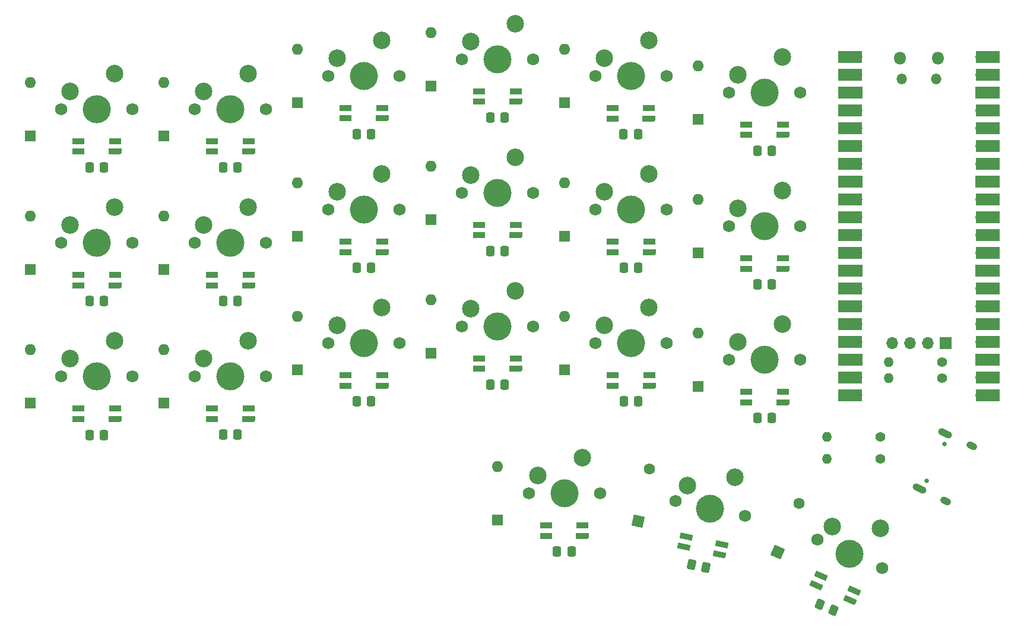
<source format=gbr>
%TF.GenerationSoftware,KiCad,Pcbnew,8.0.8*%
%TF.CreationDate,2025-03-11T20:04:01-04:00*%
%TF.ProjectId,Keyboard,4b657962-6f61-4726-942e-6b696361645f,rev?*%
%TF.SameCoordinates,Original*%
%TF.FileFunction,Soldermask,Bot*%
%TF.FilePolarity,Negative*%
%FSLAX46Y46*%
G04 Gerber Fmt 4.6, Leading zero omitted, Abs format (unit mm)*
G04 Created by KiCad (PCBNEW 8.0.8) date 2025-03-11 20:04:01*
%MOMM*%
%LPD*%
G01*
G04 APERTURE LIST*
G04 Aperture macros list*
%AMRoundRect*
0 Rectangle with rounded corners*
0 $1 Rounding radius*
0 $2 $3 $4 $5 $6 $7 $8 $9 X,Y pos of 4 corners*
0 Add a 4 corners polygon primitive as box body*
4,1,4,$2,$3,$4,$5,$6,$7,$8,$9,$2,$3,0*
0 Add four circle primitives for the rounded corners*
1,1,$1+$1,$2,$3*
1,1,$1+$1,$4,$5*
1,1,$1+$1,$6,$7*
1,1,$1+$1,$8,$9*
0 Add four rect primitives between the rounded corners*
20,1,$1+$1,$2,$3,$4,$5,0*
20,1,$1+$1,$4,$5,$6,$7,0*
20,1,$1+$1,$6,$7,$8,$9,0*
20,1,$1+$1,$8,$9,$2,$3,0*%
%AMHorizOval*
0 Thick line with rounded ends*
0 $1 width*
0 $2 $3 position (X,Y) of the first rounded end (center of the circle)*
0 $4 $5 position (X,Y) of the second rounded end (center of the circle)*
0 Add line between two ends*
20,1,$1,$2,$3,$4,$5,0*
0 Add two circle primitives to create the rounded ends*
1,1,$1,$2,$3*
1,1,$1,$4,$5*%
%AMRotRect*
0 Rectangle, with rotation*
0 The origin of the aperture is its center*
0 $1 length*
0 $2 width*
0 $3 Rotation angle, in degrees counterclockwise*
0 Add horizontal line*
21,1,$1,$2,0,0,$3*%
%AMOutline5P*
0 Free polygon, 5 corners , with rotation*
0 The origin of the aperture is its center*
0 number of corners: always 5*
0 $1 to $10 corner X, Y*
0 $11 Rotation angle, in degrees counterclockwise*
0 create outline with 5 corners*
4,1,5,$1,$2,$3,$4,$5,$6,$7,$8,$9,$10,$1,$2,$11*%
%AMOutline6P*
0 Free polygon, 6 corners , with rotation*
0 The origin of the aperture is its center*
0 number of corners: always 6*
0 $1 to $12 corner X, Y*
0 $13 Rotation angle, in degrees counterclockwise*
0 create outline with 6 corners*
4,1,6,$1,$2,$3,$4,$5,$6,$7,$8,$9,$10,$11,$12,$1,$2,$13*%
%AMOutline7P*
0 Free polygon, 7 corners , with rotation*
0 The origin of the aperture is its center*
0 number of corners: always 7*
0 $1 to $14 corner X, Y*
0 $15 Rotation angle, in degrees counterclockwise*
0 create outline with 7 corners*
4,1,7,$1,$2,$3,$4,$5,$6,$7,$8,$9,$10,$11,$12,$13,$14,$1,$2,$15*%
%AMOutline8P*
0 Free polygon, 8 corners , with rotation*
0 The origin of the aperture is its center*
0 number of corners: always 8*
0 $1 to $16 corner X, Y*
0 $17 Rotation angle, in degrees counterclockwise*
0 create outline with 8 corners*
4,1,8,$1,$2,$3,$4,$5,$6,$7,$8,$9,$10,$11,$12,$13,$14,$15,$16,$1,$2,$17*%
G04 Aperture macros list end*
%ADD10C,1.400000*%
%ADD11O,1.400000X1.400000*%
%ADD12RoundRect,0.250000X-0.337500X-0.475000X0.337500X-0.475000X0.337500X0.475000X-0.337500X0.475000X0*%
%ADD13C,1.750000*%
%ADD14C,4.000000*%
%ADD15C,2.500000*%
%ADD16R,1.800000X0.820000*%
%ADD17Outline5P,-0.900000X0.410000X0.900000X0.410000X0.900000X-0.246000X0.736000X-0.410000X-0.900000X-0.410000X0.000000*%
%ADD18R,1.600000X1.600000*%
%ADD19O,1.600000X1.600000*%
%ADD20R,1.700000X1.700000*%
%ADD21O,1.700000X1.700000*%
%ADD22RotRect,1.600000X1.600000X66.121000*%
%ADD23HorizOval,1.600000X0.000000X0.000000X0.000000X0.000000X0*%
%ADD24RotRect,1.600000X1.600000X78.060000*%
%ADD25HorizOval,1.600000X0.000000X0.000000X0.000000X0.000000X0*%
%ADD26RoundRect,0.250000X-0.428456X-0.394914X0.231945X-0.534540X0.428456X0.394914X-0.231945X0.534540X0*%
%ADD27RotRect,1.800000X0.820000X336.121000*%
%ADD28Outline5P,-0.900000X0.410000X0.900000X0.410000X0.900000X-0.246000X0.736000X-0.410000X-0.900000X-0.410000X336.121000*%
%ADD29O,1.800000X1.800000*%
%ADD30O,1.500000X1.500000*%
%ADD31R,3.500000X1.700000*%
%ADD32C,0.650000*%
%ADD33HorizOval,1.000000X-0.497241X0.235056X0.497241X-0.235056X0*%
%ADD34HorizOval,1.000000X-0.271223X0.128212X0.271223X-0.128212X0*%
%ADD35RoundRect,0.250000X-0.500894X-0.297719X0.116328X-0.570963X0.500894X0.297719X-0.116328X0.570963X0*%
%ADD36RotRect,1.800000X0.820000X348.062000*%
%ADD37Outline5P,-0.900000X0.410000X0.900000X0.410000X0.900000X-0.246000X0.736000X-0.410000X-0.900000X-0.410000X348.062000*%
G04 APERTURE END LIST*
D10*
%TO.C,R6*%
X228795000Y-208150000D03*
D11*
X221175000Y-208150000D03*
%TD*%
D12*
%TO.C,C24*%
X164337500Y-171013000D03*
X166412500Y-171013000D03*
%TD*%
D13*
%TO.C,SW24*%
X198395000Y-205550000D03*
D14*
X203475000Y-205550000D03*
D13*
X208555000Y-205550000D03*
D15*
X199665000Y-203010000D03*
X206015000Y-200470000D03*
%TD*%
D16*
%TO.C,D66*%
X200875000Y-211625000D03*
D17*
X206075000Y-211625000D03*
D16*
X206075000Y-210125000D03*
X200875000Y-210125000D03*
%TD*%
D18*
%TO.C,D37*%
X136800000Y-168879000D03*
D19*
X136800000Y-161259000D03*
%TD*%
D20*
%TO.C,Brd4*%
X229285000Y-203165000D03*
D21*
X226745000Y-203165000D03*
X224205000Y-203165000D03*
X221665000Y-203165000D03*
%TD*%
D16*
%TO.C,D79*%
X124675000Y-175869000D03*
D17*
X129875000Y-175869000D03*
D16*
X129875000Y-174369000D03*
X124675000Y-174369000D03*
%TD*%
D13*
%TO.C,SW42*%
X103145000Y-207932000D03*
D14*
X108225000Y-207932000D03*
D13*
X113305000Y-207932000D03*
D15*
X104415000Y-205392000D03*
X110765000Y-202852000D03*
%TD*%
D16*
%TO.C,D74*%
X162775000Y-206863000D03*
D17*
X167975000Y-206863000D03*
D16*
X167975000Y-205363000D03*
X162775000Y-205363000D03*
%TD*%
D10*
%TO.C,R7*%
X219955000Y-216550000D03*
D11*
X212335000Y-216550000D03*
%TD*%
D22*
%TO.C,D28*%
X205306017Y-233000569D03*
D23*
X208390642Y-226032823D03*
%TD*%
D12*
%TO.C,C34*%
X202437500Y-213875000D03*
X204512500Y-213875000D03*
%TD*%
D16*
%TO.C,D76*%
X143725000Y-171132000D03*
D17*
X148925000Y-171132000D03*
D16*
X148925000Y-169632000D03*
X143725000Y-169632000D03*
%TD*%
D13*
%TO.C,SW30*%
X160295000Y-162688000D03*
D14*
X165375000Y-162688000D03*
D13*
X170455000Y-162688000D03*
D15*
X161565000Y-160148000D03*
X167915000Y-157608000D03*
%TD*%
D18*
%TO.C,D25*%
X193950000Y-171260000D03*
D19*
X193950000Y-163640000D03*
%TD*%
D12*
%TO.C,C23*%
X183337500Y-173420000D03*
X185412500Y-173420000D03*
%TD*%
D18*
%TO.C,D38*%
X136800000Y-187929000D03*
D19*
X136800000Y-180309000D03*
%TD*%
D13*
%TO.C,SW27*%
X179345000Y-184119000D03*
D14*
X184425000Y-184119000D03*
D13*
X189505000Y-184119000D03*
D15*
X180615000Y-181579000D03*
X186965000Y-179039000D03*
%TD*%
D18*
%TO.C,D33*%
X155850000Y-166498000D03*
D19*
X155850000Y-158878000D03*
%TD*%
D18*
%TO.C,D30*%
X174900000Y-187929000D03*
D19*
X174900000Y-180309000D03*
%TD*%
D12*
%TO.C,C32*%
X126237500Y-197207000D03*
X128312500Y-197207000D03*
%TD*%
D16*
%TO.C,D65*%
X200875000Y-192575000D03*
D17*
X206075000Y-192575000D03*
D16*
X206075000Y-191075000D03*
X200875000Y-191075000D03*
%TD*%
D13*
%TO.C,SW29*%
X190734889Y-225729099D03*
D14*
X195705000Y-226780000D03*
D13*
X200675111Y-227830901D03*
D15*
X192502867Y-223506769D03*
X199240956Y-222335339D03*
%TD*%
D12*
%TO.C,C38*%
X126237500Y-216257000D03*
X128312500Y-216257000D03*
%TD*%
D18*
%TO.C,D36*%
X165375000Y-228425000D03*
D19*
X165375000Y-220805000D03*
%TD*%
D12*
%TO.C,C27*%
X107187500Y-178106000D03*
X109262500Y-178106000D03*
%TD*%
D16*
%TO.C,D73*%
X162775000Y-187813000D03*
D17*
X167975000Y-187813000D03*
D16*
X167975000Y-186313000D03*
X162775000Y-186313000D03*
%TD*%
D13*
%TO.C,SW23*%
X198395000Y-186500000D03*
D14*
X203475000Y-186500000D03*
D13*
X208555000Y-186500000D03*
D15*
X199665000Y-183960000D03*
X206015000Y-181420000D03*
%TD*%
D10*
%TO.C,R5*%
X219955000Y-219700000D03*
D11*
X212335000Y-219700000D03*
%TD*%
D16*
%TO.C,D68*%
X181775000Y-171170000D03*
D17*
X186975000Y-171170000D03*
D16*
X186975000Y-169670000D03*
X181775000Y-169670000D03*
%TD*%
D13*
%TO.C,SW38*%
X122195000Y-188882000D03*
D14*
X127275000Y-188882000D03*
D13*
X132355000Y-188882000D03*
D15*
X123465000Y-186342000D03*
X129815000Y-183802000D03*
%TD*%
D16*
%TO.C,D70*%
X181825000Y-209244000D03*
D17*
X187025000Y-209244000D03*
D16*
X187025000Y-207744000D03*
X181825000Y-207744000D03*
%TD*%
%TO.C,D82*%
X105625000Y-175856000D03*
D17*
X110825000Y-175856000D03*
D16*
X110825000Y-174356000D03*
X105625000Y-174356000D03*
%TD*%
D12*
%TO.C,C22*%
X202437500Y-175750000D03*
X204512500Y-175750000D03*
%TD*%
D13*
%TO.C,SW36*%
X141245000Y-203169000D03*
D14*
X146325000Y-203169000D03*
D13*
X151405000Y-203169000D03*
D15*
X142515000Y-200629000D03*
X148865000Y-198089000D03*
%TD*%
D24*
%TO.C,D32*%
X185440279Y-228563755D03*
D25*
X187016760Y-221108615D03*
%TD*%
D26*
%TO.C,C41*%
X193018939Y-234761703D03*
X195049061Y-235190923D03*
%TD*%
D12*
%TO.C,C31*%
X145287500Y-192444000D03*
X147362500Y-192444000D03*
%TD*%
D16*
%TO.C,D72*%
X162775000Y-168763000D03*
D17*
X167975000Y-168763000D03*
D16*
X167975000Y-167263000D03*
X162775000Y-167263000D03*
%TD*%
D18*
%TO.C,D26*%
X193950000Y-190325000D03*
D19*
X193950000Y-182705000D03*
%TD*%
D13*
%TO.C,SW26*%
X179345000Y-165069000D03*
D14*
X184425000Y-165069000D03*
D13*
X189505000Y-165069000D03*
D15*
X180615000Y-162529000D03*
X186965000Y-159989000D03*
%TD*%
D12*
%TO.C,C37*%
X145287500Y-211494000D03*
X147362500Y-211494000D03*
%TD*%
D27*
%TO.C,D67*%
X210867279Y-237750000D03*
D28*
X215622171Y-239854994D03*
D27*
X216229381Y-238483390D03*
X211474489Y-236378396D03*
%TD*%
D16*
%TO.C,D80*%
X124675000Y-194957000D03*
D17*
X129875000Y-194957000D03*
D16*
X129875000Y-193457000D03*
X124675000Y-193457000D03*
%TD*%
D12*
%TO.C,C42*%
X173862500Y-232925000D03*
X175937500Y-232925000D03*
%TD*%
D18*
%TO.C,D41*%
X117750000Y-192692000D03*
D19*
X117750000Y-185072000D03*
%TD*%
D13*
%TO.C,SW28*%
X179345000Y-203169000D03*
D14*
X184425000Y-203169000D03*
D13*
X189505000Y-203169000D03*
D15*
X180615000Y-200629000D03*
X186965000Y-198089000D03*
%TD*%
D12*
%TO.C,C29*%
X183387500Y-192444000D03*
X185462500Y-192444000D03*
%TD*%
D18*
%TO.C,D29*%
X174900000Y-168879000D03*
D19*
X174900000Y-161259000D03*
%TD*%
D16*
%TO.C,D64*%
X200875000Y-173500000D03*
D17*
X206075000Y-173500000D03*
D16*
X206075000Y-172000000D03*
X200875000Y-172000000D03*
%TD*%
D29*
%TO.C,U2*%
X228200000Y-162500000D03*
D30*
X227900000Y-165530000D03*
X223050000Y-165530000D03*
D29*
X222750000Y-162500000D03*
D21*
X234365000Y-162370000D03*
D31*
X235265000Y-162370000D03*
D21*
X234365000Y-164910000D03*
D31*
X235265000Y-164910000D03*
D20*
X234365000Y-167450000D03*
D31*
X235265000Y-167450000D03*
D21*
X234365000Y-169990000D03*
D31*
X235265000Y-169990000D03*
D21*
X234365000Y-172530000D03*
D31*
X235265000Y-172530000D03*
D21*
X234365000Y-175070000D03*
D31*
X235265000Y-175070000D03*
D21*
X234365000Y-177610000D03*
D31*
X235265000Y-177610000D03*
D20*
X234365000Y-180150000D03*
D31*
X235265000Y-180150000D03*
D21*
X234365000Y-182690000D03*
D31*
X235265000Y-182690000D03*
D21*
X234365000Y-185230000D03*
D31*
X235265000Y-185230000D03*
D21*
X234365000Y-187770000D03*
D31*
X235265000Y-187770000D03*
D21*
X234365000Y-190310000D03*
D31*
X235265000Y-190310000D03*
D20*
X234365000Y-192850000D03*
D31*
X235265000Y-192850000D03*
D21*
X234365000Y-195390000D03*
D31*
X235265000Y-195390000D03*
D21*
X234365000Y-197930000D03*
D31*
X235265000Y-197930000D03*
D21*
X234365000Y-200470000D03*
D31*
X235265000Y-200470000D03*
D21*
X234365000Y-203010000D03*
D31*
X235265000Y-203010000D03*
D20*
X234365000Y-205550000D03*
D31*
X235265000Y-205550000D03*
D21*
X234365000Y-208090000D03*
D31*
X235265000Y-208090000D03*
D21*
X234365000Y-210630000D03*
D31*
X235265000Y-210630000D03*
D21*
X216585000Y-210630000D03*
D31*
X215685000Y-210630000D03*
D21*
X216585000Y-208090000D03*
D31*
X215685000Y-208090000D03*
D20*
X216585000Y-205550000D03*
D31*
X215685000Y-205550000D03*
D21*
X216585000Y-203010000D03*
D31*
X215685000Y-203010000D03*
D21*
X216585000Y-200470000D03*
D31*
X215685000Y-200470000D03*
D21*
X216585000Y-197930000D03*
D31*
X215685000Y-197930000D03*
D21*
X216585000Y-195390000D03*
D31*
X215685000Y-195390000D03*
D20*
X216585000Y-192850000D03*
D31*
X215685000Y-192850000D03*
D21*
X216585000Y-190310000D03*
D31*
X215685000Y-190310000D03*
D21*
X216585000Y-187770000D03*
D31*
X215685000Y-187770000D03*
D21*
X216585000Y-185230000D03*
D31*
X215685000Y-185230000D03*
D21*
X216585000Y-182690000D03*
D31*
X215685000Y-182690000D03*
D20*
X216585000Y-180150000D03*
D31*
X215685000Y-180150000D03*
D21*
X216585000Y-177610000D03*
D31*
X215685000Y-177610000D03*
D21*
X216585000Y-175070000D03*
D31*
X215685000Y-175070000D03*
D21*
X216585000Y-172530000D03*
D31*
X215685000Y-172530000D03*
D21*
X216585000Y-169990000D03*
D31*
X215685000Y-169990000D03*
D20*
X216585000Y-167450000D03*
D31*
X215685000Y-167450000D03*
D21*
X216585000Y-164910000D03*
D31*
X215685000Y-164910000D03*
D21*
X216585000Y-162370000D03*
D31*
X215685000Y-162370000D03*
%TD*%
D19*
%TO.C,D62*%
X98700000Y-185072000D03*
D18*
X98700000Y-192692000D03*
%TD*%
D13*
%TO.C,SW25*%
X210974964Y-231171250D03*
D14*
X215620128Y-233227667D03*
D13*
X220265292Y-235284084D03*
D15*
X213164463Y-229362772D03*
X219999127Y-229610711D03*
%TD*%
D18*
%TO.C,D39*%
X136800000Y-206979000D03*
D19*
X136800000Y-199359000D03*
%TD*%
D13*
%TO.C,SW22*%
X198395000Y-167450000D03*
D14*
X203475000Y-167450000D03*
D13*
X208555000Y-167450000D03*
D15*
X199665000Y-164910000D03*
X206015000Y-162370000D03*
%TD*%
D16*
%TO.C,D84*%
X105625000Y-214031000D03*
D17*
X110825000Y-214031000D03*
D16*
X110825000Y-212531000D03*
X105625000Y-212531000D03*
%TD*%
D19*
%TO.C,D61*%
X98700000Y-166022000D03*
D18*
X98700000Y-173642000D03*
%TD*%
D13*
%TO.C,SW39*%
X122195000Y-207932000D03*
D14*
X127275000Y-207932000D03*
D13*
X132355000Y-207932000D03*
D15*
X123465000Y-205392000D03*
X129815000Y-202852000D03*
%TD*%
D18*
%TO.C,D34*%
X155850000Y-185548000D03*
D19*
X155850000Y-177928000D03*
%TD*%
D16*
%TO.C,D75*%
X172300000Y-230675000D03*
D17*
X177500000Y-230675000D03*
D16*
X177500000Y-229175000D03*
X172300000Y-229175000D03*
%TD*%
D13*
%TO.C,SW34*%
X141245000Y-165069000D03*
D14*
X146325000Y-165069000D03*
D13*
X151405000Y-165069000D03*
D15*
X142515000Y-162529000D03*
X148865000Y-159989000D03*
%TD*%
D13*
%TO.C,SW35*%
X141245000Y-184119000D03*
D14*
X146325000Y-184119000D03*
D13*
X151405000Y-184119000D03*
D15*
X142515000Y-181579000D03*
X148865000Y-179039000D03*
%TD*%
D13*
%TO.C,SW40*%
X103145000Y-169832000D03*
D14*
X108225000Y-169832000D03*
D13*
X113305000Y-169832000D03*
D15*
X104415000Y-167292000D03*
X110765000Y-164752000D03*
%TD*%
D16*
%TO.C,D83*%
X105625000Y-194951000D03*
D17*
X110825000Y-194951000D03*
D16*
X110825000Y-193451000D03*
X105625000Y-193451000D03*
%TD*%
D12*
%TO.C,C33*%
X107187500Y-197201000D03*
X109262500Y-197201000D03*
%TD*%
D19*
%TO.C,D63*%
X98700000Y-204122000D03*
D18*
X98700000Y-211742000D03*
%TD*%
D12*
%TO.C,C36*%
X164337500Y-209113000D03*
X166412500Y-209113000D03*
%TD*%
D32*
%TO.C,J2*%
X226615242Y-222804438D03*
X229085461Y-217578884D03*
D33*
X225552060Y-223883578D03*
D34*
X229331094Y-225670000D03*
D33*
X229244568Y-216072369D03*
D34*
X233023602Y-217858791D03*
%TD*%
D35*
%TO.C,C40*%
X211385638Y-240439708D03*
X213283022Y-241279682D03*
%TD*%
D10*
%TO.C,R8*%
X228795000Y-205900000D03*
D11*
X221175000Y-205900000D03*
%TD*%
D13*
%TO.C,SW41*%
X103145000Y-188882000D03*
D14*
X108225000Y-188882000D03*
D13*
X113305000Y-188882000D03*
D15*
X104415000Y-186342000D03*
X110765000Y-183802000D03*
%TD*%
D16*
%TO.C,D77*%
X143725000Y-190194000D03*
D17*
X148925000Y-190194000D03*
D16*
X148925000Y-188694000D03*
X143725000Y-188694000D03*
%TD*%
D12*
%TO.C,C39*%
X107187500Y-216281000D03*
X109262500Y-216281000D03*
%TD*%
%TO.C,C28*%
X202437500Y-194825000D03*
X204512500Y-194825000D03*
%TD*%
D18*
%TO.C,D42*%
X117750000Y-211742000D03*
D19*
X117750000Y-204122000D03*
%TD*%
D18*
%TO.C,D35*%
X155850000Y-204598000D03*
D19*
X155850000Y-196978000D03*
%TD*%
D13*
%TO.C,SW32*%
X160295000Y-200788000D03*
D14*
X165375000Y-200788000D03*
D13*
X170455000Y-200788000D03*
D15*
X161565000Y-198248000D03*
X167915000Y-195708000D03*
%TD*%
D18*
%TO.C,D27*%
X193950000Y-209360000D03*
D19*
X193950000Y-201740000D03*
%TD*%
D13*
%TO.C,SW31*%
X160295000Y-181738000D03*
D14*
X165375000Y-181738000D03*
D13*
X170455000Y-181738000D03*
D15*
X161565000Y-179198000D03*
X167915000Y-176658000D03*
%TD*%
D13*
%TO.C,SW33*%
X169820000Y-224600000D03*
D14*
X174900000Y-224600000D03*
D13*
X179980000Y-224600000D03*
D15*
X171090000Y-222060000D03*
X177440000Y-219520000D03*
%TD*%
D12*
%TO.C,C30*%
X164337500Y-190063000D03*
X166412500Y-190063000D03*
%TD*%
D16*
%TO.C,D81*%
X124675000Y-214007000D03*
D17*
X129875000Y-214007000D03*
D16*
X129875000Y-212507000D03*
X124675000Y-212507000D03*
%TD*%
%TO.C,D78*%
X143725000Y-209244000D03*
D17*
X148925000Y-209244000D03*
D16*
X148925000Y-207744000D03*
X143725000Y-207744000D03*
%TD*%
D12*
%TO.C,C25*%
X145287500Y-173382000D03*
X147362500Y-173382000D03*
%TD*%
%TO.C,C35*%
X183387500Y-211494000D03*
X185462500Y-211494000D03*
%TD*%
D18*
%TO.C,D31*%
X174900000Y-206979000D03*
D19*
X174900000Y-199359000D03*
%TD*%
D18*
%TO.C,D40*%
X117750000Y-173642000D03*
D19*
X117750000Y-166022000D03*
%TD*%
D12*
%TO.C,C26*%
X126237500Y-178119000D03*
X128312500Y-178119000D03*
%TD*%
D36*
%TO.C,D71*%
X191956093Y-232237274D03*
D37*
X197043627Y-233312910D03*
D36*
X197353907Y-231845352D03*
X192266373Y-230769716D03*
%TD*%
D16*
%TO.C,D69*%
X181825000Y-190194000D03*
D17*
X187025000Y-190194000D03*
D16*
X187025000Y-188694000D03*
X181825000Y-188694000D03*
%TD*%
D13*
%TO.C,SW37*%
X122195000Y-169832000D03*
D14*
X127275000Y-169832000D03*
D13*
X132355000Y-169832000D03*
D15*
X123465000Y-167292000D03*
X129815000Y-164752000D03*
%TD*%
M02*

</source>
